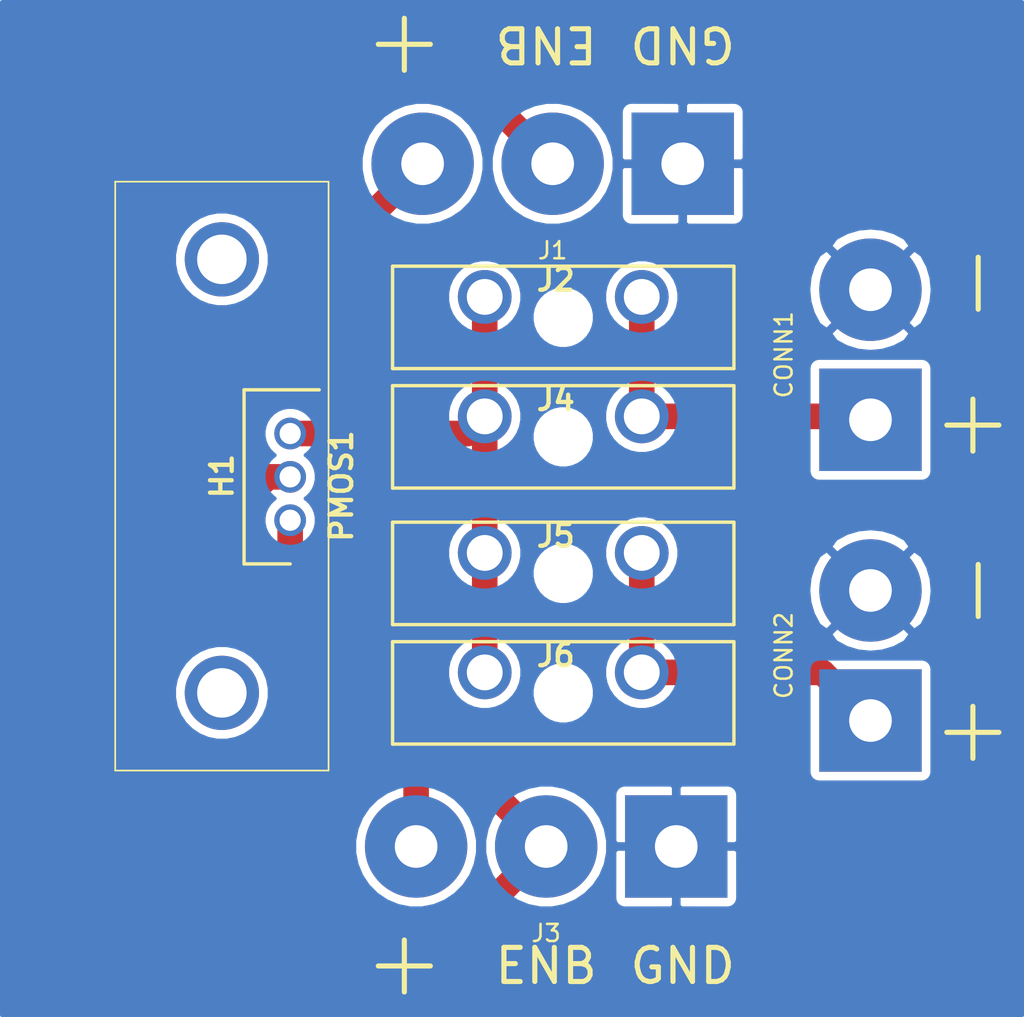
<source format=kicad_pcb>
(kicad_pcb (version 20171130) (host pcbnew "(5.1.4)-1")

  (general
    (thickness 1.6)
    (drawings 10)
    (tracks 28)
    (zones 0)
    (modules 10)
    (nets 9)
  )

  (page A4)
  (layers
    (0 F.Cu signal)
    (31 B.Cu signal)
    (32 B.Adhes user)
    (33 F.Adhes user)
    (34 B.Paste user)
    (35 F.Paste user)
    (36 B.SilkS user)
    (37 F.SilkS user)
    (38 B.Mask user)
    (39 F.Mask user)
    (40 Dwgs.User user)
    (41 Cmts.User user)
    (42 Eco1.User user)
    (43 Eco2.User user)
    (44 Edge.Cuts user)
    (45 Margin user)
    (46 B.CrtYd user)
    (47 F.CrtYd user)
    (48 B.Fab user)
    (49 F.Fab user)
  )

  (setup
    (last_trace_width 1.5)
    (trace_clearance 0.2)
    (zone_clearance 0.508)
    (zone_45_only no)
    (trace_min 0.2)
    (via_size 0.8)
    (via_drill 0.4)
    (via_min_size 0.4)
    (via_min_drill 0.3)
    (uvia_size 0.3)
    (uvia_drill 0.1)
    (uvias_allowed no)
    (uvia_min_size 0.2)
    (uvia_min_drill 0.1)
    (edge_width 0.05)
    (segment_width 0.2)
    (pcb_text_width 0.3)
    (pcb_text_size 1.5 1.5)
    (mod_edge_width 0.12)
    (mod_text_size 1 1)
    (mod_text_width 0.15)
    (pad_size 1.524 1.524)
    (pad_drill 0.762)
    (pad_to_mask_clearance 0.051)
    (solder_mask_min_width 0.25)
    (aux_axis_origin 0 0)
    (visible_elements FFFFFF7F)
    (pcbplotparams
      (layerselection 0x010fc_ffffffff)
      (usegerberextensions false)
      (usegerberattributes false)
      (usegerberadvancedattributes false)
      (creategerberjobfile false)
      (excludeedgelayer true)
      (linewidth 0.100000)
      (plotframeref false)
      (viasonmask false)
      (mode 1)
      (useauxorigin false)
      (hpglpennumber 1)
      (hpglpenspeed 20)
      (hpglpendiameter 15.000000)
      (psnegative false)
      (psa4output false)
      (plotreference true)
      (plotvalue true)
      (plotinvisibletext false)
      (padsonsilk false)
      (subtractmaskfromsilk false)
      (outputformat 1)
      (mirror false)
      (drillshape 1)
      (scaleselection 1)
      (outputdirectory ""))
  )

  (net 0 "")
  (net 1 GND)
  (net 2 "Net-(CONN1-Pad1)")
  (net 3 "Net-(CONN2-Pad1)")
  (net 4 "Net-(J1-Pad3)")
  (net 5 "Net-(J1-Pad2)")
  (net 6 "Net-(J2-Pad1)")
  (net 7 "Net-(H1-Pad2)")
  (net 8 "Net-(H1-Pad1)")

  (net_class Default "This is the default net class."
    (clearance 0.2)
    (trace_width 1.5)
    (via_dia 0.8)
    (via_drill 0.4)
    (uvia_dia 0.3)
    (uvia_drill 0.1)
    (add_net GND)
    (add_net "Net-(CONN1-Pad1)")
    (add_net "Net-(CONN2-Pad1)")
    (add_net "Net-(H1-Pad1)")
    (add_net "Net-(H1-Pad2)")
    (add_net "Net-(J1-Pad2)")
    (add_net "Net-(J1-Pad3)")
    (add_net "Net-(J2-Pad1)")
  )

  (module LibraryLoader:HSEB20250040H (layer F.Cu) (tedit 0) (tstamp 5D95A5F5)
    (at 124 98 90)
    (descr HSE-B20250-040H-2)
    (tags Hardware)
    (path /5D9636D1)
    (fp_text reference H1 (at 12.7 0 90) (layer F.SilkS)
      (effects (font (size 1.27 1.27) (thickness 0.254)))
    )
    (fp_text value HSE-B20250-040H (at 12.7 0 90) (layer F.SilkS) hide
      (effects (font (size 1.27 1.27) (thickness 0.254)))
    )
    (fp_line (start -5.55 7.25) (end -5.55 -7.25) (layer F.CrtYd) (width 0.1))
    (fp_line (start 30.95 7.25) (end -5.55 7.25) (layer F.CrtYd) (width 0.1))
    (fp_line (start 30.95 -7.25) (end 30.95 7.25) (layer F.CrtYd) (width 0.1))
    (fp_line (start -5.55 -7.25) (end 30.95 -7.25) (layer F.CrtYd) (width 0.1))
    (fp_line (start -4.55 6.25) (end -4.55 -6.25) (layer F.SilkS) (width 0.1))
    (fp_line (start 29.95 6.25) (end -4.55 6.25) (layer F.SilkS) (width 0.1))
    (fp_line (start 29.95 -6.25) (end 29.95 6.25) (layer F.SilkS) (width 0.1))
    (fp_line (start -4.55 -6.25) (end 29.95 -6.25) (layer F.SilkS) (width 0.1))
    (fp_line (start -4.55 6.25) (end -4.55 -6.25) (layer F.Fab) (width 0.2))
    (fp_line (start 29.95 6.25) (end -4.55 6.25) (layer F.Fab) (width 0.2))
    (fp_line (start 29.95 -6.25) (end 29.95 6.25) (layer F.Fab) (width 0.2))
    (fp_line (start -4.55 -6.25) (end 29.95 -6.25) (layer F.Fab) (width 0.2))
    (fp_text user %R (at 12.7 0 90) (layer F.Fab)
      (effects (font (size 1.27 1.27) (thickness 0.254)))
    )
    (pad 2 thru_hole circle (at 25.4 0 90) (size 4.35 4.35) (drill 2.9) (layers *.Cu *.Mask)
      (net 7 "Net-(H1-Pad2)"))
    (pad 1 thru_hole circle (at 0 0 90) (size 4.35 4.35) (drill 2.9) (layers *.Cu *.Mask)
      (net 8 "Net-(H1-Pad1)"))
    (model "C:\\Users\\jklei\\KiCad Libs\\SamacSys_Parts.3dshapes\\HSE-B20250-040H.stp"
      (at (xyz 0 0 0))
      (scale (xyz 1 1 1))
      (rotate (xyz 0 0 0))
    )
  )

  (module LibraryLoader:TO254P440X1000X2110-3P (layer F.Cu) (tedit 0) (tstamp 5D954EEF)
    (at 128 87.884 90)
    (descr IPP120P04P4L03AKSA1)
    (tags "MOSFET (P-Channel)")
    (path /5D9583CA)
    (fp_text reference PMOS1 (at 2 3 90) (layer F.SilkS)
      (effects (font (size 1.27 1.27) (thickness 0.254)))
    )
    (fp_text value IPP120P04P4L03AKSA1 (at 0 0 90) (layer F.SilkS) hide
      (effects (font (size 1.27 1.27) (thickness 0.254)))
    )
    (fp_line (start -2.56 -2.7) (end -2.56 0) (layer F.SilkS) (width 0.2))
    (fp_line (start 7.64 -2.7) (end -2.56 -2.7) (layer F.SilkS) (width 0.2))
    (fp_line (start 7.64 1.7) (end 7.64 -2.7) (layer F.SilkS) (width 0.2))
    (fp_line (start -2.56 -1.43) (end -1.29 -2.7) (layer F.Fab) (width 0.1))
    (fp_line (start -2.56 1.7) (end -2.56 -2.7) (layer F.Fab) (width 0.1))
    (fp_line (start 7.64 1.7) (end -2.56 1.7) (layer F.Fab) (width 0.1))
    (fp_line (start 7.64 -2.7) (end 7.64 1.7) (layer F.Fab) (width 0.1))
    (fp_line (start -2.56 -2.7) (end 7.64 -2.7) (layer F.Fab) (width 0.1))
    (fp_line (start -2.81 1.95) (end -2.81 -2.95) (layer F.CrtYd) (width 0.05))
    (fp_line (start 7.89 1.95) (end -2.81 1.95) (layer F.CrtYd) (width 0.05))
    (fp_line (start 7.89 -2.95) (end 7.89 1.95) (layer F.CrtYd) (width 0.05))
    (fp_line (start -2.81 -2.95) (end 7.89 -2.95) (layer F.CrtYd) (width 0.05))
    (fp_text user %R (at 0 0 90) (layer F.Fab)
      (effects (font (size 1.27 1.27) (thickness 0.254)))
    )
    (pad 3 thru_hole circle (at 5.08 0 90) (size 1.86 1.86) (drill 1.24) (layers *.Cu *.Mask)
      (net 6 "Net-(J2-Pad1)"))
    (pad 2 thru_hole circle (at 2.54 0 90) (size 1.86 1.86) (drill 1.24) (layers *.Cu *.Mask)
      (net 4 "Net-(J1-Pad3)"))
    (pad 1 thru_hole circle (at 0 0 90) (size 1.86 1.86) (drill 1.24) (layers *.Cu *.Mask)
      (net 5 "Net-(J1-Pad2)"))
    (model "C:\\Users\\jklei\\KiCad Libs\\SamacSys_Parts.3dshapes\\IPP120P04P4L03AKSA1.stp"
      (at (xyz 0 0 0))
      (scale (xyz 1 1 1))
      (rotate (xyz 0 0 0))
    )
  )

  (module LibraryLoader:178.6164.0002_1 (layer F.Cu) (tedit 0) (tstamp 5D954EDB)
    (at 144 98)
    (descr 178.6164.0002_1)
    (tags Connector)
    (path /5D9583D7)
    (fp_text reference J6 (at -0.437 -2.197) (layer F.SilkS)
      (effects (font (size 1.27 1.27) (thickness 0.254)))
    )
    (fp_text value 178.6164.0002 (at -0.437 -2.197) (layer F.SilkS) hide
      (effects (font (size 1.27 1.27) (thickness 0.254)))
    )
    (fp_line (start -10 3) (end -10 -3) (layer F.Fab) (width 0.2))
    (fp_line (start 10 3) (end -10 3) (layer F.Fab) (width 0.2))
    (fp_line (start 10 -3) (end 10 3) (layer F.Fab) (width 0.2))
    (fp_line (start -10 -3) (end 10 -3) (layer F.Fab) (width 0.2))
    (fp_line (start -10 3) (end -10 -3) (layer F.SilkS) (width 0.2))
    (fp_line (start 10 3) (end -10 3) (layer F.SilkS) (width 0.2))
    (fp_line (start 10 -3) (end 10 3) (layer F.SilkS) (width 0.2))
    (fp_line (start -10 -3) (end 10 -3) (layer F.SilkS) (width 0.2))
    (fp_text user %R (at -0.437 -2.197) (layer F.Fab)
      (effects (font (size 1.27 1.27) (thickness 0.254)))
    )
    (pad 3 np_thru_hole circle (at 0 0) (size 2.45 0) (drill 2.45) (layers *.Cu *.Mask))
    (pad 2 thru_hole circle (at 4.6 -1.2) (size 3.15 3.15) (drill 2.1) (layers *.Cu *.Mask)
      (net 3 "Net-(CONN2-Pad1)"))
    (pad 1 thru_hole circle (at -4.6 -1.2) (size 3.15 3.15) (drill 2.1) (layers *.Cu *.Mask)
      (net 6 "Net-(J2-Pad1)"))
  )

  (module LibraryLoader:178.6164.0002_1 (layer F.Cu) (tedit 0) (tstamp 5D954ECB)
    (at 144 91)
    (descr 178.6164.0002_1)
    (tags Connector)
    (path /5D9583E3)
    (fp_text reference J5 (at -0.437 -2.197) (layer F.SilkS)
      (effects (font (size 1.27 1.27) (thickness 0.254)))
    )
    (fp_text value 178.6164.0002 (at -0.437 -2.197) (layer F.SilkS) hide
      (effects (font (size 1.27 1.27) (thickness 0.254)))
    )
    (fp_line (start -10 3) (end -10 -3) (layer F.Fab) (width 0.2))
    (fp_line (start 10 3) (end -10 3) (layer F.Fab) (width 0.2))
    (fp_line (start 10 -3) (end 10 3) (layer F.Fab) (width 0.2))
    (fp_line (start -10 -3) (end 10 -3) (layer F.Fab) (width 0.2))
    (fp_line (start -10 3) (end -10 -3) (layer F.SilkS) (width 0.2))
    (fp_line (start 10 3) (end -10 3) (layer F.SilkS) (width 0.2))
    (fp_line (start 10 -3) (end 10 3) (layer F.SilkS) (width 0.2))
    (fp_line (start -10 -3) (end 10 -3) (layer F.SilkS) (width 0.2))
    (fp_text user %R (at -0.437 -2.197) (layer F.Fab)
      (effects (font (size 1.27 1.27) (thickness 0.254)))
    )
    (pad 3 np_thru_hole circle (at 0 0) (size 2.45 0) (drill 2.45) (layers *.Cu *.Mask))
    (pad 2 thru_hole circle (at 4.6 -1.2) (size 3.15 3.15) (drill 2.1) (layers *.Cu *.Mask)
      (net 3 "Net-(CONN2-Pad1)"))
    (pad 1 thru_hole circle (at -4.6 -1.2) (size 3.15 3.15) (drill 2.1) (layers *.Cu *.Mask)
      (net 6 "Net-(J2-Pad1)"))
  )

  (module LibraryLoader:178.6164.0002_1 (layer F.Cu) (tedit 0) (tstamp 5D954EBB)
    (at 144 83)
    (descr 178.6164.0002_1)
    (tags Connector)
    (path /5D9583EF)
    (fp_text reference J4 (at -0.437 -2.197) (layer F.SilkS)
      (effects (font (size 1.27 1.27) (thickness 0.254)))
    )
    (fp_text value 178.6164.0002 (at -0.437 -2.197) (layer F.SilkS) hide
      (effects (font (size 1.27 1.27) (thickness 0.254)))
    )
    (fp_line (start -10 3) (end -10 -3) (layer F.Fab) (width 0.2))
    (fp_line (start 10 3) (end -10 3) (layer F.Fab) (width 0.2))
    (fp_line (start 10 -3) (end 10 3) (layer F.Fab) (width 0.2))
    (fp_line (start -10 -3) (end 10 -3) (layer F.Fab) (width 0.2))
    (fp_line (start -10 3) (end -10 -3) (layer F.SilkS) (width 0.2))
    (fp_line (start 10 3) (end -10 3) (layer F.SilkS) (width 0.2))
    (fp_line (start 10 -3) (end 10 3) (layer F.SilkS) (width 0.2))
    (fp_line (start -10 -3) (end 10 -3) (layer F.SilkS) (width 0.2))
    (fp_text user %R (at -0.437 -2.197) (layer F.Fab)
      (effects (font (size 1.27 1.27) (thickness 0.254)))
    )
    (pad 3 np_thru_hole circle (at 0 0) (size 2.45 0) (drill 2.45) (layers *.Cu *.Mask))
    (pad 2 thru_hole circle (at 4.6 -1.2) (size 3.15 3.15) (drill 2.1) (layers *.Cu *.Mask)
      (net 2 "Net-(CONN1-Pad1)"))
    (pad 1 thru_hole circle (at -4.6 -1.2) (size 3.15 3.15) (drill 2.1) (layers *.Cu *.Mask)
      (net 6 "Net-(J2-Pad1)"))
  )

  (module Connector_Wire:SolderWirePad_1x03_P7.62mm_Drill2.5mm (layer F.Cu) (tedit 5AEE5F9C) (tstamp 5D954EAB)
    (at 150.62 107 180)
    (descr "Wire solder connection")
    (tags connector)
    (path /5D956F16)
    (attr virtual)
    (fp_text reference J3 (at 7.62 -5.08) (layer F.SilkS)
      (effects (font (size 1 1) (thickness 0.15)))
    )
    (fp_text value Conn_01x03 (at 7.62 4.445) (layer F.Fab)
      (effects (font (size 1 1) (thickness 0.15)))
    )
    (fp_line (start 18.74 3.5) (end -3.5 3.5) (layer F.CrtYd) (width 0.05))
    (fp_line (start 18.74 3.5) (end 18.74 -3.5) (layer F.CrtYd) (width 0.05))
    (fp_line (start -3.5 -3.5) (end -3.5 3.5) (layer F.CrtYd) (width 0.05))
    (fp_line (start -3.5 -3.5) (end 18.74 -3.5) (layer F.CrtYd) (width 0.05))
    (fp_text user %R (at 7.62 0) (layer F.Fab)
      (effects (font (size 1 1) (thickness 0.15)))
    )
    (pad 3 thru_hole circle (at 15.24 0 180) (size 5.99948 5.99948) (drill 2.49936) (layers *.Cu *.Mask)
      (net 4 "Net-(J1-Pad3)"))
    (pad 2 thru_hole circle (at 7.62 0 180) (size 5.99948 5.99948) (drill 2.49936) (layers *.Cu *.Mask)
      (net 5 "Net-(J1-Pad2)"))
    (pad 1 thru_hole rect (at 0 0 180) (size 5.99948 5.99948) (drill 2.49936) (layers *.Cu *.Mask)
      (net 1 GND))
  )

  (module LibraryLoader:178.6164.0002_1 (layer F.Cu) (tedit 0) (tstamp 5D954E9F)
    (at 144 76)
    (descr 178.6164.0002_1)
    (tags Connector)
    (path /5D9583FB)
    (fp_text reference J2 (at -0.437 -2.197) (layer F.SilkS)
      (effects (font (size 1.27 1.27) (thickness 0.254)))
    )
    (fp_text value 178.6164.0002 (at -0.437 -2.197) (layer F.SilkS) hide
      (effects (font (size 1.27 1.27) (thickness 0.254)))
    )
    (fp_line (start -10 3) (end -10 -3) (layer F.Fab) (width 0.2))
    (fp_line (start 10 3) (end -10 3) (layer F.Fab) (width 0.2))
    (fp_line (start 10 -3) (end 10 3) (layer F.Fab) (width 0.2))
    (fp_line (start -10 -3) (end 10 -3) (layer F.Fab) (width 0.2))
    (fp_line (start -10 3) (end -10 -3) (layer F.SilkS) (width 0.2))
    (fp_line (start 10 3) (end -10 3) (layer F.SilkS) (width 0.2))
    (fp_line (start 10 -3) (end 10 3) (layer F.SilkS) (width 0.2))
    (fp_line (start -10 -3) (end 10 -3) (layer F.SilkS) (width 0.2))
    (fp_text user %R (at -0.437 -2.197) (layer F.Fab)
      (effects (font (size 1.27 1.27) (thickness 0.254)))
    )
    (pad 3 np_thru_hole circle (at 0 0) (size 2.45 0) (drill 2.45) (layers *.Cu *.Mask))
    (pad 2 thru_hole circle (at 4.6 -1.2) (size 3.15 3.15) (drill 2.1) (layers *.Cu *.Mask)
      (net 2 "Net-(CONN1-Pad1)"))
    (pad 1 thru_hole circle (at -4.6 -1.2) (size 3.15 3.15) (drill 2.1) (layers *.Cu *.Mask)
      (net 6 "Net-(J2-Pad1)"))
  )

  (module Connector_Wire:SolderWirePad_1x03_P7.62mm_Drill2.5mm (layer F.Cu) (tedit 5AEE5F9C) (tstamp 5D954E8F)
    (at 151 67 180)
    (descr "Wire solder connection")
    (tags connector)
    (path /5D955CA9)
    (attr virtual)
    (fp_text reference J1 (at 7.62 -5.08) (layer F.SilkS)
      (effects (font (size 1 1) (thickness 0.15)))
    )
    (fp_text value Conn_01x03 (at 7.62 4.445) (layer F.Fab)
      (effects (font (size 1 1) (thickness 0.15)))
    )
    (fp_line (start 18.74 3.5) (end -3.5 3.5) (layer F.CrtYd) (width 0.05))
    (fp_line (start 18.74 3.5) (end 18.74 -3.5) (layer F.CrtYd) (width 0.05))
    (fp_line (start -3.5 -3.5) (end -3.5 3.5) (layer F.CrtYd) (width 0.05))
    (fp_line (start -3.5 -3.5) (end 18.74 -3.5) (layer F.CrtYd) (width 0.05))
    (fp_text user %R (at 7.62 0) (layer F.Fab)
      (effects (font (size 1 1) (thickness 0.15)))
    )
    (pad 3 thru_hole circle (at 15.24 0 180) (size 5.99948 5.99948) (drill 2.49936) (layers *.Cu *.Mask)
      (net 4 "Net-(J1-Pad3)"))
    (pad 2 thru_hole circle (at 7.62 0 180) (size 5.99948 5.99948) (drill 2.49936) (layers *.Cu *.Mask)
      (net 5 "Net-(J1-Pad2)"))
    (pad 1 thru_hole rect (at 0 0 180) (size 5.99948 5.99948) (drill 2.49936) (layers *.Cu *.Mask)
      (net 1 GND))
  )

  (module Connector_Wire:SolderWirePad_1x02_P7.62mm_Drill2.5mm (layer F.Cu) (tedit 5AEE5F2F) (tstamp 5D954E83)
    (at 162 99.62 90)
    (descr "Wire solder connection")
    (tags connector)
    (path /5D958410)
    (attr virtual)
    (fp_text reference CONN2 (at 3.81 -5.08 90) (layer F.SilkS)
      (effects (font (size 1 1) (thickness 0.15)))
    )
    (fp_text value Conn_01x02 (at 3.81 4.445 90) (layer F.Fab)
      (effects (font (size 1 1) (thickness 0.15)))
    )
    (fp_line (start 11.12 3.5) (end -3.5 3.5) (layer F.CrtYd) (width 0.05))
    (fp_line (start 11.12 3.5) (end 11.12 -3.5) (layer F.CrtYd) (width 0.05))
    (fp_line (start -3.5 -3.5) (end -3.5 3.5) (layer F.CrtYd) (width 0.05))
    (fp_line (start -3.5 -3.5) (end 11.12 -3.5) (layer F.CrtYd) (width 0.05))
    (fp_text user %R (at 3.81 0 90) (layer F.Fab)
      (effects (font (size 1 1) (thickness 0.15)))
    )
    (pad 2 thru_hole circle (at 7.62 0 90) (size 5.99948 5.99948) (drill 2.49936) (layers *.Cu *.Mask)
      (net 1 GND))
    (pad 1 thru_hole rect (at 0 0 90) (size 5.99948 5.99948) (drill 2.49936) (layers *.Cu *.Mask)
      (net 3 "Net-(CONN2-Pad1)"))
  )

  (module Connector_Wire:SolderWirePad_1x02_P7.62mm_Drill2.5mm (layer F.Cu) (tedit 5AEE5F2F) (tstamp 5D954E78)
    (at 162 82 90)
    (descr "Wire solder connection")
    (tags connector)
    (path /5D958418)
    (attr virtual)
    (fp_text reference CONN1 (at 3.81 -5.08 90) (layer F.SilkS)
      (effects (font (size 1 1) (thickness 0.15)))
    )
    (fp_text value Conn_01x02 (at 3.81 4.445 90) (layer F.Fab)
      (effects (font (size 1 1) (thickness 0.15)))
    )
    (fp_line (start 11.12 3.5) (end -3.5 3.5) (layer F.CrtYd) (width 0.05))
    (fp_line (start 11.12 3.5) (end 11.12 -3.5) (layer F.CrtYd) (width 0.05))
    (fp_line (start -3.5 -3.5) (end -3.5 3.5) (layer F.CrtYd) (width 0.05))
    (fp_line (start -3.5 -3.5) (end 11.12 -3.5) (layer F.CrtYd) (width 0.05))
    (fp_text user %R (at 3.81 0 90) (layer F.Fab)
      (effects (font (size 1 1) (thickness 0.15)))
    )
    (pad 2 thru_hole circle (at 7.62 0 90) (size 5.99948 5.99948) (drill 2.49936) (layers *.Cu *.Mask)
      (net 1 GND))
    (pad 1 thru_hole rect (at 0 0 90) (size 5.99948 5.99948) (drill 2.49936) (layers *.Cu *.Mask)
      (net 2 "Net-(CONN1-Pad1)"))
  )

  (gr_text ENB (at 143 60 180) (layer F.SilkS) (tstamp 5D95B2DC)
    (effects (font (size 2 2) (thickness 0.3)))
  )
  (gr_text GND (at 151 60 180) (layer F.SilkS) (tstamp 5D95B2DB)
    (effects (font (size 2 2) (thickness 0.3)))
  )
  (gr_text + (at 135 60 270) (layer F.SilkS) (tstamp 5D95B2DA)
    (effects (font (size 4 4) (thickness 0.3)))
  )
  (gr_text ENB (at 143 114) (layer F.SilkS)
    (effects (font (size 2 2) (thickness 0.3)))
  )
  (gr_text + (at 135 114 270) (layer F.SilkS) (tstamp 5D95B1FC)
    (effects (font (size 4 4) (thickness 0.3)))
  )
  (gr_text GND (at 151 114) (layer F.SilkS) (tstamp 5D95B1FB)
    (effects (font (size 2 2) (thickness 0.3)))
  )
  (gr_text + (at 168 82) (layer F.SilkS) (tstamp 5D95B1FC)
    (effects (font (size 4 4) (thickness 0.3)))
  )
  (gr_text - (at 168 74 90) (layer F.SilkS) (tstamp 5D95B1FB)
    (effects (font (size 4 4) (thickness 0.3)))
  )
  (gr_text - (at 168 92 90) (layer F.SilkS)
    (effects (font (size 4 4) (thickness 0.3)))
  )
  (gr_text + (at 168 100) (layer F.SilkS)
    (effects (font (size 4 4) (thickness 0.3)))
  )

  (segment (start 148.6 74.8) (end 148.6 81.8) (width 1.5) (layer F.Cu) (net 2))
  (segment (start 161.8 81.8) (end 162 82) (width 1.5) (layer F.Cu) (net 2))
  (segment (start 148.6 81.8) (end 161.8 81.8) (width 1.5) (layer F.Cu) (net 2))
  (segment (start 159.18 96.8) (end 162 99.62) (width 1.5) (layer F.Cu) (net 3))
  (segment (start 148.6 96.8) (end 159.18 96.8) (width 1.5) (layer F.Cu) (net 3))
  (segment (start 148.6 89.8) (end 148.6 96.8) (width 1.5) (layer F.Cu) (net 3))
  (segment (start 126.684782 85.344) (end 128 85.344) (width 1.5) (layer F.Cu) (net 4))
  (segment (start 122 90.028782) (end 126.684782 85.344) (width 1.5) (layer F.Cu) (net 4))
  (segment (start 122 93.62) (end 122 90.028782) (width 1.5) (layer F.Cu) (net 4))
  (segment (start 135.76 67) (end 122 80.76) (width 1.5) (layer F.Cu) (net 4))
  (segment (start 122 80.76) (end 122 90.028782) (width 1.5) (layer F.Cu) (net 4))
  (segment (start 135.38 102.757728) (end 135.38 107) (width 1.5) (layer F.Cu) (net 4))
  (segment (start 126.242272 93.62) (end 135.38 102.757728) (width 1.5) (layer F.Cu) (net 4))
  (segment (start 122 93.62) (end 126.242272 93.62) (width 1.5) (layer F.Cu) (net 4))
  (segment (start 128 92) (end 143 107) (width 1.5) (layer F.Cu) (net 5))
  (segment (start 128 87.884) (end 128 92) (width 1.5) (layer F.Cu) (net 5))
  (segment (start 138 112) (end 143 107) (width 1.5) (layer F.Cu) (net 5))
  (segment (start 137.38 61) (end 127 61) (width 1.5) (layer F.Cu) (net 5))
  (segment (start 143.38 67) (end 137.38 61) (width 1.5) (layer F.Cu) (net 5))
  (segment (start 127 61) (end 115.874999 72.125001) (width 1.5) (layer F.Cu) (net 5))
  (segment (start 115.874999 72.125001) (end 115.874999 99.500001) (width 1.5) (layer F.Cu) (net 5))
  (segment (start 115.874999 99.500001) (end 128.374998 112) (width 1.5) (layer F.Cu) (net 5))
  (segment (start 128.374998 112) (end 138 112) (width 1.5) (layer F.Cu) (net 5))
  (segment (start 139.4 89.8) (end 139.4 96.8) (width 1.5) (layer F.Cu) (net 6))
  (segment (start 139.4 74.8) (end 139.4 81.8) (width 1.5) (layer F.Cu) (net 6))
  (segment (start 139.4 81.8) (end 139.4 89.8) (width 1.5) (layer F.Cu) (net 6))
  (segment (start 138.396 82.804) (end 139.4 81.8) (width 1.5) (layer F.Cu) (net 6))
  (segment (start 128 82.804) (end 138.396 82.804) (width 1.5) (layer F.Cu) (net 6))

  (zone (net 1) (net_name GND) (layer B.Cu) (tstamp 0) (hatch edge 0.508)
    (connect_pads (clearance 0.508))
    (min_thickness 0.254)
    (fill yes (arc_segments 32) (thermal_gap 0.508) (thermal_bridge_width 0.508))
    (polygon
      (pts
        (xy 111 57.405025) (xy 171 57.405025) (xy 171 117) (xy 111 117)
      )
    )
    (filled_polygon
      (pts
        (xy 170.873 116.873) (xy 111.127 116.873) (xy 111.127 106.642009) (xy 131.74526 106.642009) (xy 131.74526 107.357991)
        (xy 131.884941 108.060215) (xy 132.158935 108.721695) (xy 132.556713 109.317012) (xy 133.062988 109.823287) (xy 133.658305 110.221065)
        (xy 134.319785 110.495059) (xy 135.022009 110.63474) (xy 135.737991 110.63474) (xy 136.440215 110.495059) (xy 137.101695 110.221065)
        (xy 137.697012 109.823287) (xy 138.203287 109.317012) (xy 138.601065 108.721695) (xy 138.875059 108.060215) (xy 139.01474 107.357991)
        (xy 139.01474 106.642009) (xy 139.36526 106.642009) (xy 139.36526 107.357991) (xy 139.504941 108.060215) (xy 139.778935 108.721695)
        (xy 140.176713 109.317012) (xy 140.682988 109.823287) (xy 141.278305 110.221065) (xy 141.939785 110.495059) (xy 142.642009 110.63474)
        (xy 143.357991 110.63474) (xy 144.060215 110.495059) (xy 144.721695 110.221065) (xy 145.052931 109.99974) (xy 146.982188 109.99974)
        (xy 146.994448 110.124222) (xy 147.030758 110.24392) (xy 147.089723 110.354234) (xy 147.169075 110.450925) (xy 147.265766 110.530277)
        (xy 147.37608 110.589242) (xy 147.495778 110.625552) (xy 147.62026 110.637812) (xy 150.33425 110.63474) (xy 150.493 110.47599)
        (xy 150.493 107.127) (xy 150.747 107.127) (xy 150.747 110.47599) (xy 150.90575 110.63474) (xy 153.61974 110.637812)
        (xy 153.744222 110.625552) (xy 153.86392 110.589242) (xy 153.974234 110.530277) (xy 154.070925 110.450925) (xy 154.150277 110.354234)
        (xy 154.209242 110.24392) (xy 154.245552 110.124222) (xy 154.257812 109.99974) (xy 154.25474 107.28575) (xy 154.09599 107.127)
        (xy 150.747 107.127) (xy 150.493 107.127) (xy 147.14401 107.127) (xy 146.98526 107.28575) (xy 146.982188 109.99974)
        (xy 145.052931 109.99974) (xy 145.317012 109.823287) (xy 145.823287 109.317012) (xy 146.221065 108.721695) (xy 146.495059 108.060215)
        (xy 146.63474 107.357991) (xy 146.63474 106.642009) (xy 146.495059 105.939785) (xy 146.221065 105.278305) (xy 145.823287 104.682988)
        (xy 145.317012 104.176713) (xy 145.052932 104.00026) (xy 146.982188 104.00026) (xy 146.98526 106.71425) (xy 147.14401 106.873)
        (xy 150.493 106.873) (xy 150.493 103.52401) (xy 150.747 103.52401) (xy 150.747 106.873) (xy 154.09599 106.873)
        (xy 154.25474 106.71425) (xy 154.257812 104.00026) (xy 154.245552 103.875778) (xy 154.209242 103.75608) (xy 154.150277 103.645766)
        (xy 154.070925 103.549075) (xy 153.974234 103.469723) (xy 153.86392 103.410758) (xy 153.744222 103.374448) (xy 153.61974 103.362188)
        (xy 150.90575 103.36526) (xy 150.747 103.52401) (xy 150.493 103.52401) (xy 150.33425 103.36526) (xy 147.62026 103.362188)
        (xy 147.495778 103.374448) (xy 147.37608 103.410758) (xy 147.265766 103.469723) (xy 147.169075 103.549075) (xy 147.089723 103.645766)
        (xy 147.030758 103.75608) (xy 146.994448 103.875778) (xy 146.982188 104.00026) (xy 145.052932 104.00026) (xy 144.721695 103.778935)
        (xy 144.060215 103.504941) (xy 143.357991 103.36526) (xy 142.642009 103.36526) (xy 141.939785 103.504941) (xy 141.278305 103.778935)
        (xy 140.682988 104.176713) (xy 140.176713 104.682988) (xy 139.778935 105.278305) (xy 139.504941 105.939785) (xy 139.36526 106.642009)
        (xy 139.01474 106.642009) (xy 138.875059 105.939785) (xy 138.601065 105.278305) (xy 138.203287 104.682988) (xy 137.697012 104.176713)
        (xy 137.101695 103.778935) (xy 136.440215 103.504941) (xy 135.737991 103.36526) (xy 135.022009 103.36526) (xy 134.319785 103.504941)
        (xy 133.658305 103.778935) (xy 133.062988 104.176713) (xy 132.556713 104.682988) (xy 132.158935 105.278305) (xy 131.884941 105.939785)
        (xy 131.74526 106.642009) (xy 111.127 106.642009) (xy 111.127 97.723239) (xy 121.19 97.723239) (xy 121.19 98.276761)
        (xy 121.297987 98.819647) (xy 121.509811 99.331034) (xy 121.817331 99.79127) (xy 122.20873 100.182669) (xy 122.668966 100.490189)
        (xy 123.180353 100.702013) (xy 123.723239 100.81) (xy 124.276761 100.81) (xy 124.819647 100.702013) (xy 125.331034 100.490189)
        (xy 125.79127 100.182669) (xy 126.182669 99.79127) (xy 126.490189 99.331034) (xy 126.702013 98.819647) (xy 126.81 98.276761)
        (xy 126.81 97.723239) (xy 126.702013 97.180353) (xy 126.490189 96.668966) (xy 126.432304 96.582334) (xy 137.19 96.582334)
        (xy 137.19 97.017666) (xy 137.274929 97.444633) (xy 137.441524 97.846827) (xy 137.683381 98.208793) (xy 137.991207 98.516619)
        (xy 138.353173 98.758476) (xy 138.755367 98.925071) (xy 139.182334 99.01) (xy 139.617666 99.01) (xy 140.044633 98.925071)
        (xy 140.446827 98.758476) (xy 140.808793 98.516619) (xy 141.116619 98.208793) (xy 141.358476 97.846827) (xy 141.370911 97.816806)
        (xy 142.14 97.816806) (xy 142.14 98.183194) (xy 142.211479 98.542542) (xy 142.351689 98.881041) (xy 142.555243 99.185681)
        (xy 142.814319 99.444757) (xy 143.118959 99.648311) (xy 143.457458 99.788521) (xy 143.816806 99.86) (xy 144.183194 99.86)
        (xy 144.542542 99.788521) (xy 144.881041 99.648311) (xy 145.185681 99.444757) (xy 145.444757 99.185681) (xy 145.648311 98.881041)
        (xy 145.788521 98.542542) (xy 145.86 98.183194) (xy 145.86 97.816806) (xy 145.788521 97.457458) (xy 145.648311 97.118959)
        (xy 145.444757 96.814319) (xy 145.212772 96.582334) (xy 146.39 96.582334) (xy 146.39 97.017666) (xy 146.474929 97.444633)
        (xy 146.641524 97.846827) (xy 146.883381 98.208793) (xy 147.191207 98.516619) (xy 147.553173 98.758476) (xy 147.955367 98.925071)
        (xy 148.382334 99.01) (xy 148.817666 99.01) (xy 149.244633 98.925071) (xy 149.646827 98.758476) (xy 150.008793 98.516619)
        (xy 150.316619 98.208793) (xy 150.558476 97.846827) (xy 150.725071 97.444633) (xy 150.81 97.017666) (xy 150.81 96.62026)
        (xy 158.362188 96.62026) (xy 158.362188 102.61974) (xy 158.374448 102.744222) (xy 158.410758 102.86392) (xy 158.469723 102.974234)
        (xy 158.549075 103.070925) (xy 158.645766 103.150277) (xy 158.75608 103.209242) (xy 158.875778 103.245552) (xy 159.00026 103.257812)
        (xy 164.99974 103.257812) (xy 165.124222 103.245552) (xy 165.24392 103.209242) (xy 165.354234 103.150277) (xy 165.450925 103.070925)
        (xy 165.530277 102.974234) (xy 165.589242 102.86392) (xy 165.625552 102.744222) (xy 165.637812 102.61974) (xy 165.637812 96.62026)
        (xy 165.625552 96.495778) (xy 165.589242 96.37608) (xy 165.530277 96.265766) (xy 165.450925 96.169075) (xy 165.354234 96.089723)
        (xy 165.24392 96.030758) (xy 165.124222 95.994448) (xy 164.99974 95.982188) (xy 159.00026 95.982188) (xy 158.875778 95.994448)
        (xy 158.75608 96.030758) (xy 158.645766 96.089723) (xy 158.549075 96.169075) (xy 158.469723 96.265766) (xy 158.410758 96.37608)
        (xy 158.374448 96.495778) (xy 158.362188 96.62026) (xy 150.81 96.62026) (xy 150.81 96.582334) (xy 150.725071 96.155367)
        (xy 150.558476 95.753173) (xy 150.316619 95.391207) (xy 150.008793 95.083381) (xy 149.646827 94.841524) (xy 149.244633 94.674929)
        (xy 148.817666 94.59) (xy 148.382334 94.59) (xy 147.955367 94.674929) (xy 147.553173 94.841524) (xy 147.191207 95.083381)
        (xy 146.883381 95.391207) (xy 146.641524 95.753173) (xy 146.474929 96.155367) (xy 146.39 96.582334) (xy 145.212772 96.582334)
        (xy 145.185681 96.555243) (xy 144.881041 96.351689) (xy 144.542542 96.211479) (xy 144.183194 96.14) (xy 143.816806 96.14)
        (xy 143.457458 96.211479) (xy 143.118959 96.351689) (xy 142.814319 96.555243) (xy 142.555243 96.814319) (xy 142.351689 97.118959)
        (xy 142.211479 97.457458) (xy 142.14 97.816806) (xy 141.370911 97.816806) (xy 141.525071 97.444633) (xy 141.61 97.017666)
        (xy 141.61 96.582334) (xy 141.525071 96.155367) (xy 141.358476 95.753173) (xy 141.116619 95.391207) (xy 140.808793 95.083381)
        (xy 140.446827 94.841524) (xy 140.044633 94.674929) (xy 139.617666 94.59) (xy 139.182334 94.59) (xy 138.755367 94.674929)
        (xy 138.353173 94.841524) (xy 137.991207 95.083381) (xy 137.683381 95.391207) (xy 137.441524 95.753173) (xy 137.274929 96.155367)
        (xy 137.19 96.582334) (xy 126.432304 96.582334) (xy 126.182669 96.20873) (xy 125.79127 95.817331) (xy 125.331034 95.509811)
        (xy 124.819647 95.297987) (xy 124.276761 95.19) (xy 123.723239 95.19) (xy 123.180353 95.297987) (xy 122.668966 95.509811)
        (xy 122.20873 95.817331) (xy 121.817331 96.20873) (xy 121.509811 96.668966) (xy 121.297987 97.180353) (xy 121.19 97.723239)
        (xy 111.127 97.723239) (xy 111.127 94.558502) (xy 159.621103 94.558502) (xy 159.95726 95.027657) (xy 160.587177 95.368)
        (xy 161.271388 95.578913) (xy 161.983599 95.65229) (xy 162.696441 95.585311) (xy 163.382518 95.380552) (xy 164.015466 95.045879)
        (xy 164.04274 95.027657) (xy 164.378897 94.558502) (xy 162 92.179605) (xy 159.621103 94.558502) (xy 111.127 94.558502)
        (xy 111.127 89.582334) (xy 137.19 89.582334) (xy 137.19 90.017666) (xy 137.274929 90.444633) (xy 137.441524 90.846827)
        (xy 137.683381 91.208793) (xy 137.991207 91.516619) (xy 138.353173 91.758476) (xy 138.755367 91.925071) (xy 139.182334 92.01)
        (xy 139.617666 92.01) (xy 140.044633 91.925071) (xy 140.446827 91.758476) (xy 140.808793 91.516619) (xy 141.116619 91.208793)
        (xy 141.358476 90.846827) (xy 141.370911 90.816806) (xy 142.14 90.816806) (xy 142.14 91.183194) (xy 142.211479 91.542542)
        (xy 142.351689 91.881041) (xy 142.555243 92.185681) (xy 142.814319 92.444757) (xy 143.118959 92.648311) (xy 143.457458 92.788521)
        (xy 143.816806 92.86) (xy 144.183194 92.86) (xy 144.542542 92.788521) (xy 144.881041 92.648311) (xy 145.185681 92.444757)
        (xy 145.444757 92.185681) (xy 145.648311 91.881041) (xy 145.788521 91.542542) (xy 145.86 91.183194) (xy 145.86 90.816806)
        (xy 145.788521 90.457458) (xy 145.648311 90.118959) (xy 145.444757 89.814319) (xy 145.212772 89.582334) (xy 146.39 89.582334)
        (xy 146.39 90.017666) (xy 146.474929 90.444633) (xy 146.641524 90.846827) (xy 146.883381 91.208793) (xy 147.191207 91.516619)
        (xy 147.553173 91.758476) (xy 147.955367 91.925071) (xy 148.382334 92.01) (xy 148.817666 92.01) (xy 148.950392 91.983599)
        (xy 158.34771 91.983599) (xy 158.414689 92.696441) (xy 158.619448 93.382518) (xy 158.954121 94.015466) (xy 158.972343 94.04274)
        (xy 159.441498 94.378897) (xy 161.820395 92) (xy 162.179605 92) (xy 164.558502 94.378897) (xy 165.027657 94.04274)
        (xy 165.368 93.412823) (xy 165.578913 92.728612) (xy 165.65229 92.016401) (xy 165.585311 91.303559) (xy 165.380552 90.617482)
        (xy 165.045879 89.984534) (xy 165.027657 89.95726) (xy 164.558502 89.621103) (xy 162.179605 92) (xy 161.820395 92)
        (xy 159.441498 89.621103) (xy 158.972343 89.95726) (xy 158.632 90.587177) (xy 158.421087 91.271388) (xy 158.34771 91.983599)
        (xy 148.950392 91.983599) (xy 149.244633 91.925071) (xy 149.646827 91.758476) (xy 150.008793 91.516619) (xy 150.316619 91.208793)
        (xy 150.558476 90.846827) (xy 150.725071 90.444633) (xy 150.81 90.017666) (xy 150.81 89.582334) (xy 150.781986 89.441498)
        (xy 159.621103 89.441498) (xy 162 91.820395) (xy 164.378897 89.441498) (xy 164.04274 88.972343) (xy 163.412823 88.632)
        (xy 162.728612 88.421087) (xy 162.016401 88.34771) (xy 161.303559 88.414689) (xy 160.617482 88.619448) (xy 159.984534 88.954121)
        (xy 159.95726 88.972343) (xy 159.621103 89.441498) (xy 150.781986 89.441498) (xy 150.725071 89.155367) (xy 150.558476 88.753173)
        (xy 150.316619 88.391207) (xy 150.008793 88.083381) (xy 149.646827 87.841524) (xy 149.244633 87.674929) (xy 148.817666 87.59)
        (xy 148.382334 87.59) (xy 147.955367 87.674929) (xy 147.553173 87.841524) (xy 147.191207 88.083381) (xy 146.883381 88.391207)
        (xy 146.641524 88.753173) (xy 146.474929 89.155367) (xy 146.39 89.582334) (xy 145.212772 89.582334) (xy 145.185681 89.555243)
        (xy 144.881041 89.351689) (xy 144.542542 89.211479) (xy 144.183194 89.14) (xy 143.816806 89.14) (xy 143.457458 89.211479)
        (xy 143.118959 89.351689) (xy 142.814319 89.555243) (xy 142.555243 89.814319) (xy 142.351689 90.118959) (xy 142.211479 90.457458)
        (xy 142.14 90.816806) (xy 141.370911 90.816806) (xy 141.525071 90.444633) (xy 141.61 90.017666) (xy 141.61 89.582334)
        (xy 141.525071 89.155367) (xy 141.358476 88.753173) (xy 141.116619 88.391207) (xy 140.808793 88.083381) (xy 140.446827 87.841524)
        (xy 140.044633 87.674929) (xy 139.617666 87.59) (xy 139.182334 87.59) (xy 138.755367 87.674929) (xy 138.353173 87.841524)
        (xy 137.991207 88.083381) (xy 137.683381 88.391207) (xy 137.441524 88.753173) (xy 137.274929 89.155367) (xy 137.19 89.582334)
        (xy 111.127 89.582334) (xy 111.127 82.649861) (xy 126.435 82.649861) (xy 126.435 82.958139) (xy 126.495142 83.260494)
        (xy 126.613115 83.545305) (xy 126.784385 83.801629) (xy 127.002371 84.019615) (xy 127.083764 84.074) (xy 127.002371 84.128385)
        (xy 126.784385 84.346371) (xy 126.613115 84.602695) (xy 126.495142 84.887506) (xy 126.435 85.189861) (xy 126.435 85.498139)
        (xy 126.495142 85.800494) (xy 126.613115 86.085305) (xy 126.784385 86.341629) (xy 127.002371 86.559615) (xy 127.083764 86.614)
        (xy 127.002371 86.668385) (xy 126.784385 86.886371) (xy 126.613115 87.142695) (xy 126.495142 87.427506) (xy 126.435 87.729861)
        (xy 126.435 88.038139) (xy 126.495142 88.340494) (xy 126.613115 88.625305) (xy 126.784385 88.881629) (xy 127.002371 89.099615)
        (xy 127.258695 89.270885) (xy 127.543506 89.388858) (xy 127.845861 89.449) (xy 128.154139 89.449) (xy 128.456494 89.388858)
        (xy 128.741305 89.270885) (xy 128.997629 89.099615) (xy 129.215615 88.881629) (xy 129.386885 88.625305) (xy 129.504858 88.340494)
        (xy 129.565 88.038139) (xy 129.565 87.729861) (xy 129.504858 87.427506) (xy 129.386885 87.142695) (xy 129.215615 86.886371)
        (xy 128.997629 86.668385) (xy 128.916236 86.614) (xy 128.997629 86.559615) (xy 129.215615 86.341629) (xy 129.386885 86.085305)
        (xy 129.504858 85.800494) (xy 129.565 85.498139) (xy 129.565 85.189861) (xy 129.504858 84.887506) (xy 129.386885 84.602695)
        (xy 129.215615 84.346371) (xy 128.997629 84.128385) (xy 128.916236 84.074) (xy 128.997629 84.019615) (xy 129.215615 83.801629)
        (xy 129.386885 83.545305) (xy 129.504858 83.260494) (xy 129.565 82.958139) (xy 129.565 82.649861) (xy 129.504858 82.347506)
        (xy 129.386885 82.062695) (xy 129.215615 81.806371) (xy 128.997629 81.588385) (xy 128.988574 81.582334) (xy 137.19 81.582334)
        (xy 137.19 82.017666) (xy 137.274929 82.444633) (xy 137.441524 82.846827) (xy 137.683381 83.208793) (xy 137.991207 83.516619)
        (xy 138.353173 83.758476) (xy 138.755367 83.925071) (xy 139.182334 84.01) (xy 139.617666 84.01) (xy 140.044633 83.925071)
        (xy 140.446827 83.758476) (xy 140.808793 83.516619) (xy 141.116619 83.208793) (xy 141.358476 82.846827) (xy 141.370911 82.816806)
        (xy 142.14 82.816806) (xy 142.14 83.183194) (xy 142.211479 83.542542) (xy 142.351689 83.881041) (xy 142.555243 84.185681)
        (xy 142.814319 84.444757) (xy 143.118959 84.648311) (xy 143.457458 84.788521) (xy 143.816806 84.86) (xy 144.183194 84.86)
        (xy 144.542542 84.788521) (xy 144.881041 84.648311) (xy 145.185681 84.444757) (xy 145.444757 84.185681) (xy 145.648311 83.881041)
        (xy 145.788521 83.542542) (xy 145.86 83.183194) (xy 145.86 82.816806) (xy 145.788521 82.457458) (xy 145.648311 82.118959)
        (xy 145.444757 81.814319) (xy 145.212772 81.582334) (xy 146.39 81.582334) (xy 146.39 82.017666) (xy 146.474929 82.444633)
        (xy 146.641524 82.846827) (xy 146.883381 83.208793) (xy 147.191207 83.516619) (xy 147.553173 83.758476) (xy 147.955367 83.925071)
        (xy 148.382334 84.01) (xy 148.817666 84.01) (xy 149.244633 83.925071) (xy 149.646827 83.758476) (xy 150.008793 83.516619)
        (xy 150.316619 83.208793) (xy 150.558476 82.846827) (xy 150.725071 82.444633) (xy 150.81 82.017666) (xy 150.81 81.582334)
        (xy 150.725071 81.155367) (xy 150.558476 80.753173) (xy 150.316619 80.391207) (xy 150.008793 80.083381) (xy 149.646827 79.841524)
        (xy 149.244633 79.674929) (xy 148.817666 79.59) (xy 148.382334 79.59) (xy 147.955367 79.674929) (xy 147.553173 79.841524)
        (xy 147.191207 80.083381) (xy 146.883381 80.391207) (xy 146.641524 80.753173) (xy 146.474929 81.155367) (xy 146.39 81.582334)
        (xy 145.212772 81.582334) (xy 145.185681 81.555243) (xy 144.881041 81.351689) (xy 144.542542 81.211479) (xy 144.183194 81.14)
        (xy 143.816806 81.14) (xy 143.457458 81.211479) (xy 143.118959 81.351689) (xy 142.814319 81.555243) (xy 142.555243 81.814319)
        (xy 142.351689 82.118959) (xy 142.211479 82.457458) (xy 142.14 82.816806) (xy 141.370911 82.816806) (xy 141.525071 82.444633)
        (xy 141.61 82.017666) (xy 141.61 81.582334) (xy 141.525071 81.155367) (xy 141.358476 80.753173) (xy 141.116619 80.391207)
        (xy 140.808793 80.083381) (xy 140.446827 79.841524) (xy 140.044633 79.674929) (xy 139.617666 79.59) (xy 139.182334 79.59)
        (xy 138.755367 79.674929) (xy 138.353173 79.841524) (xy 137.991207 80.083381) (xy 137.683381 80.391207) (xy 137.441524 80.753173)
        (xy 137.274929 81.155367) (xy 137.19 81.582334) (xy 128.988574 81.582334) (xy 128.741305 81.417115) (xy 128.456494 81.299142)
        (xy 128.154139 81.239) (xy 127.845861 81.239) (xy 127.543506 81.299142) (xy 127.258695 81.417115) (xy 127.002371 81.588385)
        (xy 126.784385 81.806371) (xy 126.613115 82.062695) (xy 126.495142 82.347506) (xy 126.435 82.649861) (xy 111.127 82.649861)
        (xy 111.127 79.00026) (xy 158.362188 79.00026) (xy 158.362188 84.99974) (xy 158.374448 85.124222) (xy 158.410758 85.24392)
        (xy 158.469723 85.354234) (xy 158.549075 85.450925) (xy 158.645766 85.530277) (xy 158.75608 85.589242) (xy 158.875778 85.625552)
        (xy 159.00026 85.637812) (xy 164.99974 85.637812) (xy 165.124222 85.625552) (xy 165.24392 85.589242) (xy 165.354234 85.530277)
        (xy 165.450925 85.450925) (xy 165.530277 85.354234) (xy 165.589242 85.24392) (xy 165.625552 85.124222) (xy 165.637812 84.99974)
        (xy 165.637812 79.00026) (xy 165.625552 78.875778) (xy 165.589242 78.75608) (xy 165.530277 78.645766) (xy 165.450925 78.549075)
        (xy 165.354234 78.469723) (xy 165.24392 78.410758) (xy 165.124222 78.374448) (xy 164.99974 78.362188) (xy 159.00026 78.362188)
        (xy 158.875778 78.374448) (xy 158.75608 78.410758) (xy 158.645766 78.469723) (xy 158.549075 78.549075) (xy 158.469723 78.645766)
        (xy 158.410758 78.75608) (xy 158.374448 78.875778) (xy 158.362188 79.00026) (xy 111.127 79.00026) (xy 111.127 72.323239)
        (xy 121.19 72.323239) (xy 121.19 72.876761) (xy 121.297987 73.419647) (xy 121.509811 73.931034) (xy 121.817331 74.39127)
        (xy 122.20873 74.782669) (xy 122.668966 75.090189) (xy 123.180353 75.302013) (xy 123.723239 75.41) (xy 124.276761 75.41)
        (xy 124.819647 75.302013) (xy 125.331034 75.090189) (xy 125.79127 74.782669) (xy 125.991605 74.582334) (xy 137.19 74.582334)
        (xy 137.19 75.017666) (xy 137.274929 75.444633) (xy 137.441524 75.846827) (xy 137.683381 76.208793) (xy 137.991207 76.516619)
        (xy 138.353173 76.758476) (xy 138.755367 76.925071) (xy 139.182334 77.01) (xy 139.617666 77.01) (xy 140.044633 76.925071)
        (xy 140.446827 76.758476) (xy 140.808793 76.516619) (xy 141.116619 76.208793) (xy 141.358476 75.846827) (xy 141.370911 75.816806)
        (xy 142.14 75.816806) (xy 142.14 76.183194) (xy 142.211479 76.542542) (xy 142.351689 76.881041) (xy 142.555243 77.185681)
        (xy 142.814319 77.444757) (xy 143.118959 77.648311) (xy 143.457458 77.788521) (xy 143.816806 77.86) (xy 144.183194 77.86)
        (xy 144.542542 77.788521) (xy 144.881041 77.648311) (xy 145.185681 77.444757) (xy 145.444757 77.185681) (xy 145.648311 76.881041)
        (xy 145.788521 76.542542) (xy 145.86 76.183194) (xy 145.86 75.816806) (xy 145.788521 75.457458) (xy 145.648311 75.118959)
        (xy 145.444757 74.814319) (xy 145.212772 74.582334) (xy 146.39 74.582334) (xy 146.39 75.017666) (xy 146.474929 75.444633)
        (xy 146.641524 75.846827) (xy 146.883381 76.208793) (xy 147.191207 76.516619) (xy 147.553173 76.758476) (xy 147.955367 76.925071)
        (xy 148.382334 77.01) (xy 148.817666 77.01) (xy 149.17711 76.938502) (xy 159.621103 76.938502) (xy 159.95726 77.407657)
        (xy 160.587177 77.748) (xy 161.271388 77.958913) (xy 161.983599 78.03229) (xy 162.696441 77.965311) (xy 163.382518 77.760552)
        (xy 164.015466 77.425879) (xy 164.04274 77.407657) (xy 164.378897 76.938502) (xy 162 74.559605) (xy 159.621103 76.938502)
        (xy 149.17711 76.938502) (xy 149.244633 76.925071) (xy 149.646827 76.758476) (xy 150.008793 76.516619) (xy 150.316619 76.208793)
        (xy 150.558476 75.846827) (xy 150.725071 75.444633) (xy 150.81 75.017666) (xy 150.81 74.582334) (xy 150.766491 74.363599)
        (xy 158.34771 74.363599) (xy 158.414689 75.076441) (xy 158.619448 75.762518) (xy 158.954121 76.395466) (xy 158.972343 76.42274)
        (xy 159.441498 76.758897) (xy 161.820395 74.38) (xy 162.179605 74.38) (xy 164.558502 76.758897) (xy 165.027657 76.42274)
        (xy 165.368 75.792823) (xy 165.578913 75.108612) (xy 165.65229 74.396401) (xy 165.585311 73.683559) (xy 165.380552 72.997482)
        (xy 165.045879 72.364534) (xy 165.027657 72.33726) (xy 164.558502 72.001103) (xy 162.179605 74.38) (xy 161.820395 74.38)
        (xy 159.441498 72.001103) (xy 158.972343 72.33726) (xy 158.632 72.967177) (xy 158.421087 73.651388) (xy 158.34771 74.363599)
        (xy 150.766491 74.363599) (xy 150.725071 74.155367) (xy 150.558476 73.753173) (xy 150.316619 73.391207) (xy 150.008793 73.083381)
        (xy 149.646827 72.841524) (xy 149.244633 72.674929) (xy 148.817666 72.59) (xy 148.382334 72.59) (xy 147.955367 72.674929)
        (xy 147.553173 72.841524) (xy 147.191207 73.083381) (xy 146.883381 73.391207) (xy 146.641524 73.753173) (xy 146.474929 74.155367)
        (xy 146.39 74.582334) (xy 145.212772 74.582334) (xy 145.185681 74.555243) (xy 144.881041 74.351689) (xy 144.542542 74.211479)
        (xy 144.183194 74.14) (xy 143.816806 74.14) (xy 143.457458 74.211479) (xy 143.118959 74.351689) (xy 142.814319 74.555243)
        (xy 142.555243 74.814319) (xy 142.351689 75.118959) (xy 142.211479 75.457458) (xy 142.14 75.816806) (xy 141.370911 75.816806)
        (xy 141.525071 75.444633) (xy 141.61 75.017666) (xy 141.61 74.582334) (xy 141.525071 74.155367) (xy 141.358476 73.753173)
        (xy 141.116619 73.391207) (xy 140.808793 73.083381) (xy 140.446827 72.841524) (xy 140.044633 72.674929) (xy 139.617666 72.59)
        (xy 139.182334 72.59) (xy 138.755367 72.674929) (xy 138.353173 72.841524) (xy 137.991207 73.083381) (xy 137.683381 73.391207)
        (xy 137.441524 73.753173) (xy 137.274929 74.155367) (xy 137.19 74.582334) (xy 125.991605 74.582334) (xy 126.182669 74.39127)
        (xy 126.490189 73.931034) (xy 126.702013 73.419647) (xy 126.81 72.876761) (xy 126.81 72.323239) (xy 126.710198 71.821498)
        (xy 159.621103 71.821498) (xy 162 74.200395) (xy 164.378897 71.821498) (xy 164.04274 71.352343) (xy 163.412823 71.012)
        (xy 162.728612 70.801087) (xy 162.016401 70.72771) (xy 161.303559 70.794689) (xy 160.617482 70.999448) (xy 159.984534 71.334121)
        (xy 159.95726 71.352343) (xy 159.621103 71.821498) (xy 126.710198 71.821498) (xy 126.702013 71.780353) (xy 126.490189 71.268966)
        (xy 126.182669 70.80873) (xy 125.79127 70.417331) (xy 125.331034 70.109811) (xy 124.819647 69.897987) (xy 124.276761 69.79)
        (xy 123.723239 69.79) (xy 123.180353 69.897987) (xy 122.668966 70.109811) (xy 122.20873 70.417331) (xy 121.817331 70.80873)
        (xy 121.509811 71.268966) (xy 121.297987 71.780353) (xy 121.19 72.323239) (xy 111.127 72.323239) (xy 111.127 66.642009)
        (xy 132.12526 66.642009) (xy 132.12526 67.357991) (xy 132.264941 68.060215) (xy 132.538935 68.721695) (xy 132.936713 69.317012)
        (xy 133.442988 69.823287) (xy 134.038305 70.221065) (xy 134.699785 70.495059) (xy 135.402009 70.63474) (xy 136.117991 70.63474)
        (xy 136.820215 70.495059) (xy 137.481695 70.221065) (xy 138.077012 69.823287) (xy 138.583287 69.317012) (xy 138.981065 68.721695)
        (xy 139.255059 68.060215) (xy 139.39474 67.357991) (xy 139.39474 66.642009) (xy 139.74526 66.642009) (xy 139.74526 67.357991)
        (xy 139.884941 68.060215) (xy 140.158935 68.721695) (xy 140.556713 69.317012) (xy 141.062988 69.823287) (xy 141.658305 70.221065)
        (xy 142.319785 70.495059) (xy 143.022009 70.63474) (xy 143.737991 70.63474) (xy 144.440215 70.495059) (xy 145.101695 70.221065)
        (xy 145.432931 69.99974) (xy 147.362188 69.99974) (xy 147.374448 70.124222) (xy 147.410758 70.24392) (xy 147.469723 70.354234)
        (xy 147.549075 70.450925) (xy 147.645766 70.530277) (xy 147.75608 70.589242) (xy 147.875778 70.625552) (xy 148.00026 70.637812)
        (xy 150.71425 70.63474) (xy 150.873 70.47599) (xy 150.873 67.127) (xy 151.127 67.127) (xy 151.127 70.47599)
        (xy 151.28575 70.63474) (xy 153.99974 70.637812) (xy 154.124222 70.625552) (xy 154.24392 70.589242) (xy 154.354234 70.530277)
        (xy 154.450925 70.450925) (xy 154.530277 70.354234) (xy 154.589242 70.24392) (xy 154.625552 70.124222) (xy 154.637812 69.99974)
        (xy 154.63474 67.28575) (xy 154.47599 67.127) (xy 151.127 67.127) (xy 150.873 67.127) (xy 147.52401 67.127)
        (xy 147.36526 67.28575) (xy 147.362188 69.99974) (xy 145.432931 69.99974) (xy 145.697012 69.823287) (xy 146.203287 69.317012)
        (xy 146.601065 68.721695) (xy 146.875059 68.060215) (xy 147.01474 67.357991) (xy 147.01474 66.642009) (xy 146.875059 65.939785)
        (xy 146.601065 65.278305) (xy 146.203287 64.682988) (xy 145.697012 64.176713) (xy 145.432932 64.00026) (xy 147.362188 64.00026)
        (xy 147.36526 66.71425) (xy 147.52401 66.873) (xy 150.873 66.873) (xy 150.873 63.52401) (xy 151.127 63.52401)
        (xy 151.127 66.873) (xy 154.47599 66.873) (xy 154.63474 66.71425) (xy 154.637812 64.00026) (xy 154.625552 63.875778)
        (xy 154.589242 63.75608) (xy 154.530277 63.645766) (xy 154.450925 63.549075) (xy 154.354234 63.469723) (xy 154.24392 63.410758)
        (xy 154.124222 63.374448) (xy 153.99974 63.362188) (xy 151.28575 63.36526) (xy 151.127 63.52401) (xy 150.873 63.52401)
        (xy 150.71425 63.36526) (xy 148.00026 63.362188) (xy 147.875778 63.374448) (xy 147.75608 63.410758) (xy 147.645766 63.469723)
        (xy 147.549075 63.549075) (xy 147.469723 63.645766) (xy 147.410758 63.75608) (xy 147.374448 63.875778) (xy 147.362188 64.00026)
        (xy 145.432932 64.00026) (xy 145.101695 63.778935) (xy 144.440215 63.504941) (xy 143.737991 63.36526) (xy 143.022009 63.36526)
        (xy 142.319785 63.504941) (xy 141.658305 63.778935) (xy 141.062988 64.176713) (xy 140.556713 64.682988) (xy 140.158935 65.278305)
        (xy 139.884941 65.939785) (xy 139.74526 66.642009) (xy 139.39474 66.642009) (xy 139.255059 65.939785) (xy 138.981065 65.278305)
        (xy 138.583287 64.682988) (xy 138.077012 64.176713) (xy 137.481695 63.778935) (xy 136.820215 63.504941) (xy 136.117991 63.36526)
        (xy 135.402009 63.36526) (xy 134.699785 63.504941) (xy 134.038305 63.778935) (xy 133.442988 64.176713) (xy 132.936713 64.682988)
        (xy 132.538935 65.278305) (xy 132.264941 65.939785) (xy 132.12526 66.642009) (xy 111.127 66.642009) (xy 111.127 57.532025)
        (xy 170.873 57.532025)
      )
    )
  )
)

</source>
